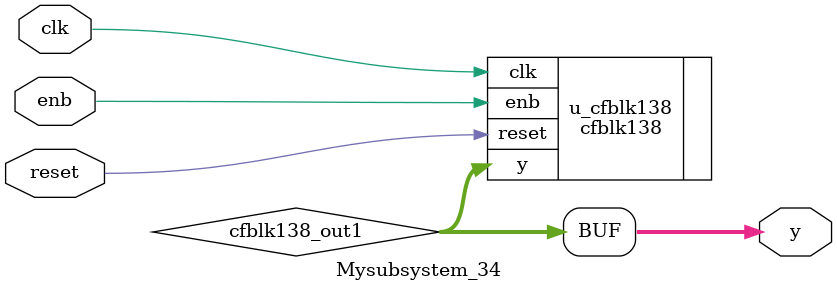
<source format=v>



`timescale 1 ns / 1 ns

module Mysubsystem_34
          (clk,
           reset,
           enb,
           y);


  input   clk;
  input   reset;
  input   enb;
  output  [7:0] y;  // uint8


  wire [7:0] cfblk138_out1;  // uint8


  cfblk138 u_cfblk138 (.clk(clk),
                       .reset(reset),
                       .enb(enb),
                       .y(cfblk138_out1)  // uint8
                       );

  assign y = cfblk138_out1;

endmodule  // Mysubsystem_34


</source>
